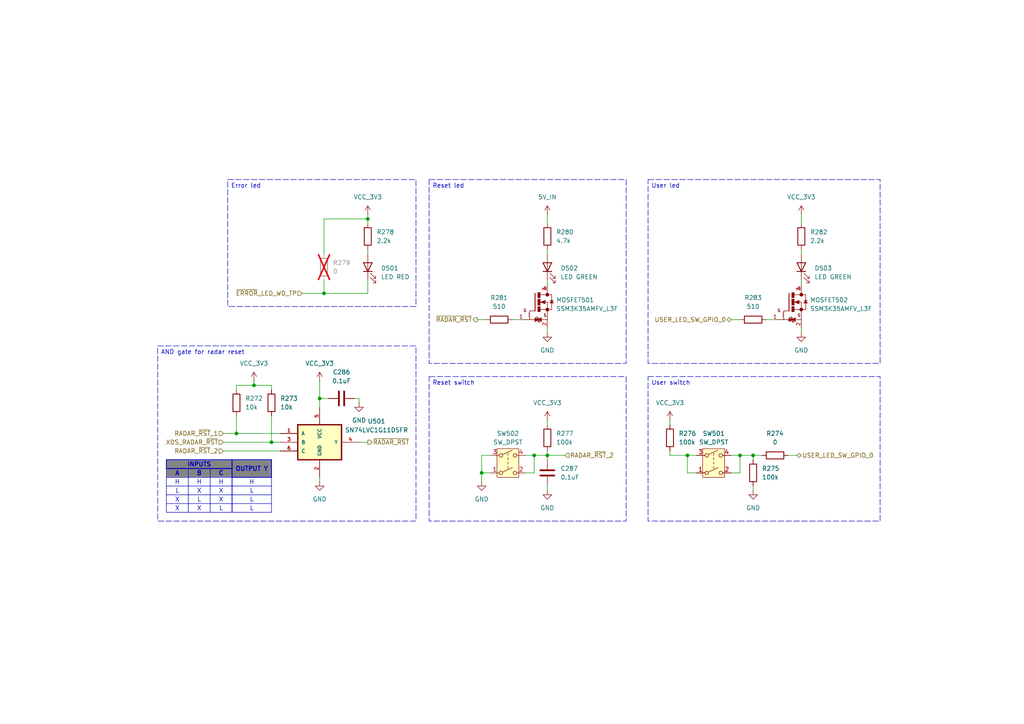
<source format=kicad_sch>
(kicad_sch (version 20250114) (generator "eeschema") (generator_version "9.0")
  (paper "A4")
  (title_block (title "User switches and reset") (date "2025-04-14") (rev "V1.0") (company "Designer: EV"))
  (lib_symbols
    (symbol "Device:C" (pin_numbers (hide yes)) (pin_names (offset 0.254))
      (property "Reference" "C" (at 0.635 2.54 0))
      (property "Value" "C" (at 0.635 -2.54 0))
      (symbol "C_0_1"
        (polyline (pts (xy -2.032 0.762) (xy 2.032 0.762)) (stroke (width 0.508)))
        (polyline (pts (xy -2.032 -0.762) (xy 2.032 -0.762)) (stroke (width 0.508)))
      )
      (symbol "C_1_1"
        (pin passive line (at 0 3.81 270) (length 2.794) (name "~") (number "1"))
        (pin passive line (at 0 -3.81 90) (length 2.794) (name "~") (number "2"))
      )
    )
    (symbol "Device:LED" (pin_numbers (hide yes)) (pin_names (offset 1.016) (hide yes))
      (property "Reference" "D" (at 0 2.54 0))
      (property "Value" "LED" (at 0 -2.54 0))
      (symbol "LED_0_1"
        (polyline (pts (xy -3.048 -0.762) (xy -4.572 -2.286) (xy -3.81 -2.286) (xy -4.572 -2.286) (xy -4.572 -1.524)))
        (polyline (pts (xy -1.778 -0.762) (xy -3.302 -2.286) (xy -2.54 -2.286) (xy -3.302 -2.286) (xy -3.302 -1.524)))
        (polyline (pts (xy -1.27 0) (xy 1.27 0)))
        (polyline (pts (xy -1.27 -1.27) (xy -1.27 1.27)) (stroke (width 0.254)))
        (polyline (pts (xy 1.27 -1.27) (xy 1.27 1.27) (xy -1.27 0) (xy 1.27 -1.27)) (stroke (width 0.254)))
      )
      (symbol "LED_1_1"
        (pin passive line (at -3.81 0 0) (length 2.54) (name "K") (number "1"))
        (pin passive line (at 3.81 0 180) (length 2.54) (name "A") (number "2"))
      )
    )
    (symbol "Device:R" (pin_numbers (hide yes)) (pin_names (offset 0))
      (property "Reference" "R" (at 2.032 0 90))
      (property "Value" "R" (at 0 0 90))
      (symbol "R_0_1"
        (rectangle (start -1.016 -2.54) (end 1.016 2.54) (stroke (width 0.254)))
      )
      (symbol "R_1_1"
        (pin passive line (at 0 3.81 270) (length 1.27) (name "~") (number "1"))
        (pin passive line (at 0 -3.81 90) (length 1.27) (name "~") (number "2"))
      )
    )
    (symbol "SN74LVC1G11DSFR:SN74LVC1G11DSFR" (pin_names (offset 1.016))
      (property "Reference" "U" (at 0 6.35 0))
      (property "Value" "SN74LVC1G11DSFR" (at 0 3.81 0))
      (symbol "SN74LVC1G11DSFR_0_0"
        (rectangle (start 5.08 2.54) (end 17.78 -7.62) (stroke (width 0.41)) (fill (type background)))
        (pin input line (at 0 0 0) (length 5.08) (name "A") (number "1"))
        (pin input line (at 0 -2.54 0) (length 5.08) (name "B") (number "3"))
        (pin input line (at 0 -5.08 0) (length 5.08) (name "C") (number "6"))
        (pin power_in line (at 11.43 7.62 270) (length 5.08) (name "VCC") (number "5"))
        (pin power_in line (at 11.43 -12.7 90) (length 5.08) (name "GND") (number "2"))
      )
      (symbol "SN74LVC1G11DSFR_1_0"
        (pin output line (at 22.86 -2.54 180) (length 5.08) (name "Y") (number "4"))
      )
    )
    (symbol "SSM3K35AMFV:SSM3K35AMFV_L3F" (pin_names (offset 1.016))
      (property "Reference" "MOSFET" (at 6.35 2.54 0))
      (property "Value" "SSM3K35AMFV_L3F" (at 6.35 0 0))
      (symbol "SSM3K35AMFV_L3F_0_0"
        (polyline (pts (xy -3.81 -5.08) (xy -5.08 -5.08)) (stroke (width 0.1524)))
        (polyline (pts (xy -2.794 -3.175) (xy -2.54 -3.429)) (stroke (width 0.1524)))
        (polyline (pts (xy -2.794 -3.683) (xy -2.54 -3.937)) (stroke (width 0.1524)))
        (polyline (pts (xy -2.794 -4.191) (xy -2.54 -4.445)) (stroke (width 0.1524)))
        (polyline (pts (xy -2.54 -2.54) (xy -2.54 -2.921)) (stroke (width 0.1524)))
        (polyline (pts (xy -2.54 -2.921) (xy -2.794 -3.175)) (stroke (width 0.1524)))
        (polyline (pts (xy -2.54 -3.429) (xy -2.794 -3.683)) (stroke (width 0.1524)))
        (polyline (pts (xy -2.54 -3.937) (xy -2.794 -4.191)) (stroke (width 0.1524)))
        (polyline (pts (xy -2.54 -4.445) (xy -2.54 -5.08)) (stroke (width 0.1524)))
        (polyline (pts (xy -2.54 -5.08) (xy -3.81 -5.08)) (stroke (width 0.1524)))
        (polyline (pts (xy -1.143 -5.08) (xy -2.54 -5.08)) (stroke (width 0.1524)))
        (polyline (pts (xy -1.016 2.54) (xy -1.016 -2.54)) (stroke (width 0.254)))
        (polyline (pts (xy -1.016 -2.54) (xy -2.54 -2.54)) (stroke (width 0.1524)))
        (rectangle (start -0.254 1.27) (end 0.508 2.794) (stroke (width 0.1)) (fill (type outline)))
        (rectangle (start -0.254 -0.889) (end 0.508 0.889) (stroke (width 0.1)) (fill (type outline)))
        (rectangle (start -0.254 -2.794) (end 0.508 -1.27) (stroke (width 0.1)) (fill (type outline)))
        (polyline (pts (xy -0.127 -4.572) (xy -0.508 -4.318)) (stroke (width 0.254)))
        (polyline (pts (xy -0.127 -4.572) (xy -0.127 -5.588)) (stroke (width 0.254)))
        (polyline (pts (xy -0.127 -5.08) (xy -1.016 -4.572) (xy -1.016 -5.588) (xy -0.127 -5.08)) (stroke (width 0.254)) (fill (type outline)))
        (polyline (pts (xy -0.127 -5.08) (xy 0.762 -4.572) (xy 0.762 -5.588) (xy -0.127 -5.08)) (stroke (width 0.254)) (fill (type outline)))
        (polyline (pts (xy -0.127 -5.588) (xy 0.254 -5.842)) (stroke (width 0.254)))
        (polyline (pts (xy 0.381 0) (xy 2.54 0)) (stroke (width 0.1524)))
        (polyline (pts (xy 0.508 -2.159) (xy 2.54 -2.159)) (stroke (width 0.1524)))
        (polyline (pts (xy 0.635 0) (xy 1.905 -0.508) (xy 1.905 0.508) (xy 0.635 0)) (stroke (width 0.1524)) (fill (type outline)))
        (polyline (pts (xy 0.889 -5.08) (xy 2.54 -5.08)) (stroke (width 0.1524)))
        (polyline (pts (xy 2.54 2.54) (xy 2.54 2.159)) (stroke (width 0.1524)))
        (polyline (pts (xy 2.54 2.159) (xy 0.5334 2.159)) (stroke (width 0.1524)))
        (circle (center 2.54 2.159) (radius 0.127) (stroke (width 0.4064)))
        (polyline (pts (xy 2.54 0) (xy 2.54 -2.159)) (stroke (width 0.1524)))
        (polyline (pts (xy 2.54 -2.159) (xy 2.54 -2.54)) (stroke (width 0.1524)))
        (circle (center 2.54 -2.159) (radius 0.127) (stroke (width 0.4064)))
        (polyline (pts (xy 2.54 -5.08) (xy 2.54 -1.778)) (stroke (width 0.1524)))
        (polyline (pts (xy 3.302 0.508) (xy 3.81 0.508)) (stroke (width 0.1524)))
        (polyline (pts (xy 3.81 2.159) (xy 2.54 2.159)) (stroke (width 0.1524)))
        (polyline (pts (xy 3.81 0.508) (xy 3.81 2.159)) (stroke (width 0.1524)))
        (polyline (pts (xy 3.81 0.508) (xy 4.318 0.508)) (stroke (width 0.1524)))
        (polyline (pts (xy 3.81 0.508) (xy 3.302 -0.254) (xy 4.318 -0.254) (xy 3.81 0.508)) (stroke (width 0.1524)) (fill (type outline)))
        (polyline (pts (xy 3.81 -2.159) (xy 2.54 -2.159)) (stroke (width 0.1524)))
        (polyline (pts (xy 3.81 -2.159) (xy 3.81 -0.127)) (stroke (width 0.1524)))
        (text "G" (at -4.445 -2.921 0) (effects (font (size 0.8128 0.8128)) (justify left bottom)))
        (text "D" (at 1.397 3.556 0) (effects (font (size 0.8128 0.8128)) (justify left bottom)))
        (text "S" (at 1.397 -4.318 0) (effects (font (size 0.8128 0.8128)) (justify left bottom)))
        (pin passive line (at -5.08 -5.08 0) (length 0) (name "~") (number "1"))
        (pin passive line (at 2.54 5.08 270) (length 2.54) (name "~") (number "3"))
        (pin passive line (at 2.54 -7.62 90) (length 2.54) (name "~") (number "2"))
      )
    )
    (symbol "Switch:SW_DPST" (pin_names (offset 0) (hide yes))
      (property "Reference" "SW" (at 0 6.35 0))
      (property "Value" "SW_DPST" (at 0 -5.08 0))
      (symbol "SW_DPST_0_0"
        (circle (center -2.032 2.54) (radius 0.508))
        (circle (center -2.032 -2.54) (radius 0.508))
        (polyline (pts (xy -1.524 2.794) (xy 1.27 4.064)))
        (polyline (pts (xy -1.524 -2.286) (xy 1.27 -1.016)))
        (polyline (pts (xy 0 2.54) (xy 0 3.175)))
        (polyline (pts (xy 0 1.27) (xy 0 1.905)))
        (polyline (pts (xy 0 0) (xy 0 0.635)))
        (polyline (pts (xy 0 -1.27) (xy 0 -0.635)))
        (circle (center 2.032 2.54) (radius 0.508))
        (circle (center 2.032 -2.54) (radius 0.508))
      )
      (symbol "SW_DPST_1_1"
        (rectangle (start -3.175 4.445) (end 3.175 -3.81) (fill (type background)))
        (pin passive line (at -5.08 2.54 0) (length 2.54) (name "3") (number "3"))
        (pin passive line (at -5.08 -2.54 0) (length 2.54) (name "1") (number "1"))
        (pin passive line (at 5.08 2.54 180) (length 2.54) (name "4") (number "4"))
        (pin passive line (at 5.08 -2.54 180) (length 2.54) (name "2") (number "2"))
      )
    )
    (symbol "power:GND" (power) (pin_numbers (hide yes)) (pin_names (offset 0) (hide yes))
      (property "Value" "GND" (at 0 -3.81 0))
      (symbol "GND_0_1"
        (polyline (pts (xy 0 0) (xy 0 -1.27) (xy 1.27 -1.27) (xy 0 -2.54) (xy -1.27 -1.27) (xy 0 -1.27)))
      )
      (symbol "GND_1_1"
        (pin power_in line (at 0 0 270) (length 0) (name "~") (number "1"))
      )
    )
    (symbol "power:VBUS" (power) (pin_numbers (hide yes)) (pin_names (offset 0) (hide yes))
      (property "Value" "VBUS" (at 0 3.556 0))
      (symbol "VBUS_0_1"
        (polyline (pts (xy -0.762 1.27) (xy 0 2.54)))
        (polyline (pts (xy 0 2.54) (xy 0.762 1.27)))
        (polyline (pts (xy 0 0) (xy 0 2.54)))
      )
      (symbol "VBUS_1_1"
        (pin power_in line (at 0 0 90) (length 0) (name "~") (number "1"))
      )
    )
  )
  (text_box "AND gate for radar reset" (at 45.72 100.33 0) (size 74.93 50.8) (margins 0.9525 0.9525 0.9525 0.9525) (stroke (width 0) (type dash)) (effects (font (size 1.27 1.27)) (justify left top)))
  (text_box "Error led" (at 66.04 52.07 0) (size 54.61 36.83) (margins 0.9525 0.9525 0.9525 0.9525) (stroke (width 0) (type dash)) (effects (font (size 1.27 1.27)) (justify left top)))
  (text_box "User switch" (at 187.96 109.22 0) (size 67.31 41.91) (margins 0.9525 0.9525 0.9525 0.9525) (stroke (width 0) (type dash)) (effects (font (size 1.27 1.27)) (justify left top)))
  (text_box "Reset led" (at 124.46 52.07 0) (size 57.15 53.34) (margins 0.9525 0.9525 0.9525 0.9525) (stroke (width 0) (type dash)) (effects (font (size 1.27 1.27)) (justify left top)))
  (text_box "Reset switch" (at 124.46 109.22 0) (size 57.15 41.91) (margins 0.9525 0.9525 0.9525 0.9525) (stroke (width 0) (type dash)) (effects (font (size 1.27 1.27)) (justify left top)))
  (text_box "User led" (at 187.96 52.07 0) (size 67.31 53.34) (margins 0.9525 0.9525 0.9525 0.9525) (stroke (width 0) (type dash)) (effects (font (size 1.27 1.27)) (justify left top)))
  (junction (at 68.58 125.73))
  (junction (at 93.98 85.09))
  (junction (at 154.94 132.08))
  (junction (at 73.66 111.76))
  (junction (at 158.75 132.08))
  (junction (at 78.74 128.27))
  (junction (at 106.68 63.5))
  (junction (at 218.44 132.08))
  (junction (at 199.39 132.08))
  (junction (at 214.63 132.08))
  (junction (at 139.7 137.16))
  (junction (at 92.71 115.57))
  (wire (pts (xy 194.31 121.92) (xy 194.31 123.19)))
  (wire (pts (xy 78.74 111.76) (xy 73.66 111.76)))
  (wire (pts (xy 201.93 137.16) (xy 199.39 137.16)))
  (wire (pts (xy 87.63 85.09) (xy 93.98 85.09)))
  (wire (pts (xy 152.4 137.16) (xy 154.94 137.16)))
  (wire (pts (xy 73.66 110.49) (xy 73.66 111.76)))
  (wire (pts (xy 222.25 92.71) (xy 224.79 92.71)))
  (wire (pts (xy 78.74 128.27) (xy 81.28 128.27)))
  (wire (pts (xy 212.09 92.71) (xy 214.63 92.71)))
  (wire (pts (xy 93.98 73.66) (xy 93.98 63.5)))
  (wire (pts (xy 139.7 137.16) (xy 139.7 132.08)))
  (wire (pts (xy 68.58 125.73) (xy 81.28 125.73)))
  (wire (pts (xy 218.44 140.97) (xy 218.44 142.24)))
  (wire (pts (xy 199.39 132.08) (xy 199.39 137.16)))
  (wire (pts (xy 158.75 121.92) (xy 158.75 123.19)))
  (wire (pts (xy 92.71 110.49) (xy 92.71 115.57)))
  (wire (pts (xy 106.68 62.23) (xy 106.68 63.5)))
  (wire (pts (xy 106.68 63.5) (xy 106.68 64.77)))
  (wire (pts (xy 212.09 137.16) (xy 214.63 137.16)))
  (wire (pts (xy 106.68 72.39) (xy 106.68 73.66)))
  (wire (pts (xy 78.74 120.65) (xy 78.74 128.27)))
  (wire (pts (xy 214.63 137.16) (xy 214.63 132.08)))
  (wire (pts (xy 158.75 72.39) (xy 158.75 73.66)))
  (wire (pts (xy 194.31 130.81) (xy 194.31 132.08)))
  (wire (pts (xy 92.71 115.57) (xy 95.25 115.57)))
  (wire (pts (xy 139.7 132.08) (xy 142.24 132.08)))
  (wire (pts (xy 92.71 138.43) (xy 92.71 139.7)))
  (wire (pts (xy 199.39 132.08) (xy 201.93 132.08)))
  (wire (pts (xy 102.87 115.57) (xy 104.14 115.57)))
  (wire (pts (xy 158.75 132.08) (xy 163.83 132.08)))
  (wire (pts (xy 68.58 120.65) (xy 68.58 125.73)))
  (wire (pts (xy 68.58 111.76) (xy 68.58 113.03)))
  (wire (pts (xy 158.75 62.23) (xy 158.75 64.77)))
  (wire (pts (xy 232.41 72.39) (xy 232.41 73.66)))
  (wire (pts (xy 214.63 132.08) (xy 218.44 132.08)))
  (wire (pts (xy 139.7 137.16) (xy 142.24 137.16)))
  (wire (pts (xy 228.6 132.08) (xy 231.14 132.08)))
  (wire (pts (xy 104.14 128.27) (xy 106.68 128.27)))
  (wire (pts (xy 232.41 62.23) (xy 232.41 64.77)))
  (wire (pts (xy 104.14 115.57) (xy 104.14 116.84)))
  (wire (pts (xy 78.74 113.03) (xy 78.74 111.76)))
  (wire (pts (xy 106.68 85.09) (xy 93.98 85.09)))
  (wire (pts (xy 73.66 111.76) (xy 68.58 111.76)))
  (wire (pts (xy 106.68 81.28) (xy 106.68 85.09)))
  (wire (pts (xy 158.75 140.97) (xy 158.75 142.24)))
  (wire (pts (xy 158.75 81.28) (xy 158.75 82.55)))
  (wire (pts (xy 154.94 132.08) (xy 152.4 132.08)))
  (wire (pts (xy 148.59 92.71) (xy 151.13 92.71)))
  (wire (pts (xy 212.09 132.08) (xy 214.63 132.08)))
  (wire (pts (xy 64.77 130.81) (xy 81.28 130.81)))
  (wire (pts (xy 218.44 132.08) (xy 218.44 133.35)))
  (wire (pts (xy 158.75 130.81) (xy 158.75 132.08)))
  (wire (pts (xy 138.43 92.71) (xy 140.97 92.71)))
  (wire (pts (xy 154.94 132.08) (xy 154.94 137.16)))
  (wire (pts (xy 93.98 63.5) (xy 106.68 63.5)))
  (wire (pts (xy 139.7 139.7) (xy 139.7 137.16)))
  (wire (pts (xy 232.41 81.28) (xy 232.41 82.55)))
  (wire (pts (xy 232.41 95.25) (xy 232.41 96.52)))
  (wire (pts (xy 158.75 132.08) (xy 154.94 132.08)))
  (wire (pts (xy 93.98 81.28) (xy 93.98 85.09)))
  (wire (pts (xy 64.77 128.27) (xy 78.74 128.27)))
  (wire (pts (xy 158.75 132.08) (xy 158.75 133.35)))
  (wire (pts (xy 194.31 132.08) (xy 199.39 132.08)))
  (wire (pts (xy 92.71 115.57) (xy 92.71 118.11)))
  (wire (pts (xy 218.44 132.08) (xy 220.98 132.08)))
  (wire (pts (xy 158.75 95.25) (xy 158.75 96.52)))
  (wire (pts (xy 64.77 125.73) (xy 68.58 125.73)))
  (table (column_count 1) (border (external yes) (header yes)) (separators (rows yes) (cols yes)) (column_widths 11.43) (row_heights 2.54 2.54 2.54 2.54) (cells (table_cell "H" (at 67.31 138.43 0) (size 11.43 2.54) (margins 0.9525 0.9525 0.9525 0.9525) (span 1 1)) (table_cell "L" (at 67.31 140.97 0) (size 11.43 2.54) (margins 0.9525 0.9525 0.9525 0.9525) (span 1 1)) (table_cell "L" (at 67.31 143.51 0) (size 11.43 2.54) (margins 0.9525 0.9525 0.9525 0.9525) (span 1 1)) (table_cell "L" (at 67.31 146.05 0) (size 11.43 2.54) (margins 0.9525 0.9525 0.9525 0.9525) (span 1 1))))
  (table (column_count 1) (border (external yes) (header yes)) (separators (rows yes) (cols yes)) (column_widths 19.05) (row_heights 2.54) (cells (table_cell "INPUTS" (at 48.26 133.35 0) (size 19.05 2.54) (margins 0.9525 0.9525 0.9525 0.9525) (span 1 1) (fill (type color) (color 132 132 132 1)))))
  (table (column_count 3) (border (external yes) (header yes)) (separators (rows yes) (cols yes)) (column_widths 6.35 6.35 6.35) (row_heights 2.54 2.54 2.54 2.54 2.54) (cells (table_cell "A" (at 48.26 135.89 0) (size 6.35 2.54) (margins 0.9525 0.9525 0.9525 0.9525) (span 1 1) (fill (type color) (color 132 132 132 1))) (table_cell "B" (at 54.61 135.89 0) (size 6.35 2.54) (margins 0.9525 0.9525 0.9525 0.9525) (span 1 1) (fill (type color) (color 132 132 132 1))) (table_cell "C" (at 60.96 135.89 0) (size 6.35 2.54) (margins 0.9525 0.9525 0.9525 0.9525) (span 1 1) (fill (type color) (color 132 132 132 1))) (table_cell "H" (at 48.26 138.43 0) (size 6.35 2.54) (margins 0.9525 0.9525 0.9525 0.9525) (span 1 1)) (table_cell "H" (at 54.61 138.43 0) (size 6.35 2.54) (margins 0.9525 0.9525 0.9525 0.9525) (span 1 1)) (table_cell "H" (at 60.96 138.43 0) (size 6.35 2.54) (margins 0.9525 0.9525 0.9525 0.9525) (span 1 1)) (table_cell "L" (at 48.26 140.97 0) (size 6.35 2.54) (margins 0.9525 0.9525 0.9525 0.9525) (span 1 1)) (table_cell "X" (at 54.61 140.97 0) (size 6.35 2.54) (margins 0.9525 0.9525 0.9525 0.9525) (span 1 1)) (table_cell "X" (at 60.96 140.97 0) (size 6.35 2.54) (margins 0.9525 0.9525 0.9525 0.9525) (span 1 1)) (table_cell "X" (at 48.26 143.51 0) (size 6.35 2.54) (margins 0.9525 0.9525 0.9525 0.9525) (span 1 1)) (table_cell "L" (at 54.61 143.51 0) (size 6.35 2.54) (margins 0.9525 0.9525 0.9525 0.9525) (span 1 1)) (table_cell "X" (at 60.96 143.51 0) (size 6.35 2.54) (margins 0.9525 0.9525 0.9525 0.9525) (span 1 1)) (table_cell "X" (at 48.26 146.05 0) (size 6.35 2.54) (margins 0.9525 0.9525 0.9525 0.9525) (span 1 1)) (table_cell "X" (at 54.61 146.05 0) (size 6.35 2.54) (margins 0.9525 0.9525 0.9525 0.9525) (span 1 1)) (table_cell "L" (at 60.96 146.05 0) (size 6.35 2.54) (margins 0.9525 0.9525 0.9525 0.9525) (span 1 1))))
  (table (column_count 1) (border (external yes) (header yes)) (separators (rows yes) (cols yes)) (column_widths 11.43) (row_heights 3.81 1.27) (cells (table_cell "OUTPUT Y" (at 67.31 133.35 0) (size 11.43 5.08) (margins 0.9525 0.9525 0.9525 0.9525) (span 1 2) (fill (type color) (color 132 132 132 1))) (table_cell "" (at 67.31 137.16 0) (size 11.43 1.27) (margins 0.9525 0.9525 0.9525 0.9525) (span 0 0))))
  (hierarchical_label "~{RADAR_RST}" (shape output) (at 106.68 128.27 0))
  (hierarchical_label "~{ERROR}_LED_WD_TP" (shape input) (at 87.63 85.09 180))
  (hierarchical_label "USER_LED_SW_GPIO_0" (shape bidirectional) (at 212.09 92.71 180))
  (hierarchical_label "RADAR_~{RST}_2" (shape input) (at 163.83 132.08 0))
  (hierarchical_label "RADAR_~{RST}_2" (shape input) (at 64.77 130.81 180))
  (hierarchical_label "XDS_RADAR_~{RST}" (shape input) (at 64.77 128.27 180))
  (hierarchical_label "RADAR_~{RST}_1" (shape input) (at 64.77 125.73 180))
  (hierarchical_label "~{RADAR_RST}" (shape output) (at 138.43 92.71 180))
  (hierarchical_label "USER_LED_SW_GPIO_0" (shape bidirectional) (at 231.14 132.08 0))
  (symbol (lib_id "Device:R") (at 194.31 127 180) (unit 1)
    (property "Reference" "R276" (at 196.85 125.7299 0) (effects (justify right)))
    (property "Value" "100k" (at 196.85 128.2699 0) (effects (justify right)))
    (property "Description" "Resistor" (effects (hide yes)))
  )
  (symbol (lib_id "power:GND") (at 104.14 116.84 0) (unit 1)
    (property "Reference" "#PWR0367" (effects (hide yes)))
    (property "Value" "GND" (at 104.14 121.92 0))
    (property "Description" "Power symbol creates a global label with name \"GND\" , ground" (effects (hide yes)))
  )
  (symbol (lib_id "power:VBUS") (at 158.75 121.92 0) (unit 1)
    (property "Reference" "#PWR0371" (effects (hide yes)))
    (property "Value" "VCC_3V3" (at 158.75 116.84 0))
    (property "Description" "Power symbol creates a global label with name \"VBUS\"" (effects (hide yes)))
  )
  (symbol (lib_id "power:VBUS") (at 106.68 62.23 0) (unit 1)
    (property "Reference" "#PWR0374" (effects (hide yes)))
    (property "Value" "VCC_3V3" (at 106.68 57.15 0))
    (property "Description" "Power symbol creates a global label with name \"VBUS\"" (effects (hide yes)))
  )
  (symbol (lib_id "Switch:SW_DPST") (at 207.01 134.62 0) (unit 1)
    (property "Reference" "SW501" (at 207.01 125.73 0))
    (property "Value" "SW_DPST" (at 207.01 128.27 0))
    (property "Description" "Double Pole Single Throw (DPST) Switch" (effects (hide yes)))
  )
  (symbol (lib_id "power:VBUS") (at 194.31 121.92 0) (unit 1)
    (property "Reference" "#PWR0369" (effects (hide yes)))
    (property "Value" "VCC_3V3" (at 194.31 116.84 0))
    (property "Description" "Power symbol creates a global label with name \"VBUS\"" (effects (hide yes)))
  )
  (symbol (lib_id "power:VBUS") (at 92.71 110.49 0) (unit 1)
    (property "Reference" "#PWR0366" (effects (hide yes)))
    (property "Value" "VCC_3V3" (at 92.71 105.41 0))
    (property "Description" "Power symbol creates a global label with name \"VBUS\"" (effects (hide yes)))
  )
  (symbol (lib_id "SSM3K35AMFV:SSM3K35AMFV_L3F") (at 229.87 87.63 0) (unit 1)
    (property "Reference" "MOSFET502" (at 234.95 87.0076 0) (effects (justify left)))
    (property "Value" "SSM3K35AMFV_L3F" (at 234.95 89.5476 0) (effects (justify left)))
    (property "MF" "Toshiba" (effects (hide yes)))
    (property "Description_1" "N-Channel 20 V 250mA (Ta) 500mW (Ta) Surface Mount VESM" (effects (hide yes)))
    (property "COPYRIGHT" "Copyright (C) 2024 Ultra Librarian. All rights reserved." (effects (hide yes)))
    (property "Package" "SOT-723 Toshiba" (effects (hide yes)))
    (property "Price" "None" (effects (hide yes)))
    (property "Check_prices" "https://www.snapeda.com/parts/SSM3K35AMFV,L3F/Toshiba/view-part/?ref=eda" (effects (hide yes)))
    (property "Availability" "In Stock" (effects (hide yes)))
    (property "SnapEDA_Link" "https://www.snapeda.com/parts/SSM3K35AMFV,L3F/Toshiba/view-part/?ref=snap" (effects (hide yes)))
    (property "MP" "SSM3K35AMFV,L3F" (effects (hide yes)))
    (property "MFR_NAME" "Toshiba Electronic Devices & Storage Corp." (effects (hide yes)))
    (property "MANUFACTURER_PART_NUMBER" "SSM3K35AMFV,L3F" (effects (hide yes)))
  )
  (symbol (lib_id "Device:R") (at 232.41 68.58 180) (unit 1)
    (property "Reference" "R282" (at 234.95 67.3099 0) (effects (justify right)))
    (property "Value" "2.2k" (at 234.95 69.8499 0) (effects (justify right)))
    (property "Description" "Resistor" (effects (hide yes)))
  )
  (symbol (lib_id "Device:LED") (at 232.41 77.47 90) (unit 1)
    (property "Reference" "D503" (at 236.22 77.7874 90) (effects (justify right)))
    (property "Value" "LED GREEN" (at 236.22 80.3274 90) (effects (justify right)))
    (property "Description" "Light emitting diode" (effects (hide yes)))
    (property "Sim.Pins" "1=K 2=A" (effects (hide yes)))
  )
  (symbol (lib_id "power:GND") (at 218.44 142.24 0) (unit 1)
    (property "Reference" "#PWR0370" (effects (hide yes)))
    (property "Value" "GND" (at 218.44 147.32 0))
    (property "Description" "Power symbol creates a global label with name \"GND\" , ground" (effects (hide yes)))
  )
  (symbol (lib_id "power:VBUS") (at 158.75 62.23 0) (unit 1)
    (property "Reference" "#PWR0375" (effects (hide yes)))
    (property "Value" "5V_IN" (at 158.75 57.15 0))
    (property "Description" "Power symbol creates a global label with name \"VBUS\"" (effects (hide yes)))
  )
  (symbol (lib_id "power:GND") (at 158.75 142.24 0) (unit 1)
    (property "Reference" "#PWR0372" (effects (hide yes)))
    (property "Value" "GND" (at 158.75 147.32 0))
    (property "Description" "Power symbol creates a global label with name \"GND\" , ground" (effects (hide yes)))
  )
  (symbol (lib_id "Device:R") (at 158.75 127 180) (unit 1)
    (property "Reference" "R277" (at 161.29 125.7299 0) (effects (justify right)))
    (property "Value" "100k" (at 161.29 128.2699 0) (effects (justify right)))
    (property "Description" "Resistor" (effects (hide yes)))
  )
  (symbol (lib_id "Device:R") (at 93.98 77.47 180) (unit 1) (dnp yes)
    (property "Reference" "R279" (at 96.52 76.1999 0) (effects (justify right)))
    (property "Value" "0" (at 96.52 78.7399 0) (effects (justify right)))
    (property "Description" "Resistor" (effects (hide yes)))
  )
  (symbol (lib_id "power:GND") (at 139.7 139.7 0) (unit 1)
    (property "Reference" "#PWR0373" (effects (hide yes)))
    (property "Value" "GND" (at 139.7 144.78 0))
    (property "Description" "Power symbol creates a global label with name \"GND\" , ground" (effects (hide yes)))
  )
  (symbol (lib_id "Switch:SW_DPST") (at 147.32 134.62 0) (unit 1)
    (property "Reference" "SW502" (at 147.32 125.73 0))
    (property "Value" "SW_DPST" (at 147.32 128.27 0))
    (property "Description" "Double Pole Single Throw (DPST) Switch" (effects (hide yes)))
  )
  (symbol (lib_id "power:GND") (at 92.71 139.7 0) (unit 1)
    (property "Reference" "#PWR0368" (effects (hide yes)))
    (property "Value" "GND" (at 92.71 144.78 0))
    (property "Description" "Power symbol creates a global label with name \"GND\" , ground" (effects (hide yes)))
  )
  (symbol (lib_id "power:VBUS") (at 73.66 110.49 0) (unit 1)
    (property "Reference" "#PWR0365" (effects (hide yes)))
    (property "Value" "VCC_3V3" (at 73.66 105.41 0))
    (property "Description" "Power symbol creates a global label with name \"VBUS\"" (effects (hide yes)))
  )
  (symbol (lib_id "Device:R") (at 144.78 92.71 270) (unit 1)
    (property "Reference" "R281" (at 144.78 86.36 90))
    (property "Value" "510" (at 144.78 88.9 90))
    (property "Description" "Resistor" (effects (hide yes)))
  )
  (symbol (lib_id "Device:R") (at 68.58 116.84 180) (unit 1)
    (property "Reference" "R272" (at 71.12 115.5699 0) (effects (justify right)))
    (property "Value" "10k" (at 71.12 118.1099 0) (effects (justify right)))
    (property "Description" "Resistor" (effects (hide yes)))
  )
  (symbol (lib_id "Device:R") (at 218.44 137.16 180) (unit 1)
    (property "Reference" "R275" (at 220.98 135.8899 0) (effects (justify right)))
    (property "Value" "100k" (at 220.98 138.4299 0) (effects (justify right)))
    (property "Description" "Resistor" (effects (hide yes)))
  )
  (symbol (lib_id "SSM3K35AMFV:SSM3K35AMFV_L3F") (at 156.21 87.63 0) (unit 1)
    (property "Reference" "MOSFET501" (at 161.29 87.0076 0) (effects (justify left)))
    (property "Value" "SSM3K35AMFV_L3F" (at 161.29 89.5476 0) (effects (justify left)))
    (property "MF" "Toshiba" (effects (hide yes)))
    (property "Description_1" "N-Channel 20 V 250mA (Ta) 500mW (Ta) Surface Mount VESM" (effects (hide yes)))
    (property "COPYRIGHT" "Copyright (C) 2024 Ultra Librarian. All rights reserved." (effects (hide yes)))
    (property "Package" "SOT-723 Toshiba" (effects (hide yes)))
    (property "Price" "None" (effects (hide yes)))
    (property "Check_prices" "https://www.snapeda.com/parts/SSM3K35AMFV,L3F/Toshiba/view-part/?ref=eda" (effects (hide yes)))
    (property "Availability" "In Stock" (effects (hide yes)))
    (property "SnapEDA_Link" "https://www.snapeda.com/parts/SSM3K35AMFV,L3F/Toshiba/view-part/?ref=snap" (effects (hide yes)))
    (property "MP" "SSM3K35AMFV,L3F" (effects (hide yes)))
    (property "MFR_NAME" "Toshiba Electronic Devices & Storage Corp." (effects (hide yes)))
    (property "MANUFACTURER_PART_NUMBER" "SSM3K35AMFV,L3F" (effects (hide yes)))
  )
  (symbol (lib_id "Device:C") (at 158.75 137.16 180) (unit 1)
    (property "Reference" "C287" (at 162.56 135.8899 0) (effects (justify right)))
    (property "Value" "0.1uF" (at 162.56 138.4299 0) (effects (justify right)))
    (property "Description" "Unpolarized capacitor" (effects (hide yes)))
  )
  (symbol (lib_id "Device:LED") (at 106.68 77.47 90) (unit 1)
    (property "Reference" "D501" (at 110.49 77.7874 90) (effects (justify right)))
    (property "Value" "LED RED" (at 110.49 80.3274 90) (effects (justify right)))
    (property "Description" "Light emitting diode" (effects (hide yes)))
    (property "Sim.Pins" "1=K 2=A" (effects (hide yes)))
  )
  (symbol (lib_id "Device:LED") (at 158.75 77.47 90) (unit 1)
    (property "Reference" "D502" (at 162.56 77.7874 90) (effects (justify right)))
    (property "Value" "LED GREEN" (at 162.56 80.3274 90) (effects (justify right)))
    (property "Description" "Light emitting diode" (effects (hide yes)))
    (property "Sim.Pins" "1=K 2=A" (effects (hide yes)))
  )
  (symbol (lib_id "Device:R") (at 106.68 68.58 180) (unit 1)
    (property "Reference" "R278" (at 109.22 67.3099 0) (effects (justify right)))
    (property "Value" "2.2k" (at 109.22 69.8499 0) (effects (justify right)))
    (property "Description" "Resistor" (effects (hide yes)))
  )
  (symbol (lib_id "Device:R") (at 78.74 116.84 180) (unit 1)
    (property "Reference" "R273" (at 81.28 115.5699 0) (effects (justify right)))
    (property "Value" "10k" (at 81.28 118.1099 0) (effects (justify right)))
    (property "Description" "Resistor" (effects (hide yes)))
  )
  (symbol (lib_id "Device:R") (at 218.44 92.71 270) (unit 1)
    (property "Reference" "R283" (at 218.44 86.36 90))
    (property "Value" "510" (at 218.44 88.9 90))
    (property "Description" "Resistor" (effects (hide yes)))
  )
  (symbol (lib_id "power:GND") (at 232.41 96.52 0) (unit 1)
    (property "Reference" "#PWR0378" (effects (hide yes)))
    (property "Value" "GND" (at 232.41 101.6 0))
    (property "Description" "Power symbol creates a global label with name \"GND\" , ground" (effects (hide yes)))
  )
  (symbol (lib_id "Device:R") (at 224.79 132.08 270) (unit 1)
    (property "Reference" "R274" (at 224.79 125.73 90))
    (property "Value" "0" (at 224.79 128.27 90))
    (property "Description" "Resistor" (effects (hide yes)))
  )
  (symbol (lib_id "Device:R") (at 158.75 68.58 180) (unit 1)
    (property "Reference" "R280" (at 161.29 67.3099 0) (effects (justify right)))
    (property "Value" "4.7k" (at 161.29 69.8499 0) (effects (justify right)))
    (property "Description" "Resistor" (effects (hide yes)))
  )
  (symbol (lib_id "power:GND") (at 158.75 96.52 0) (unit 1)
    (property "Reference" "#PWR0376" (effects (hide yes)))
    (property "Value" "GND" (at 158.75 101.6 0))
    (property "Description" "Power symbol creates a global label with name \"GND\" , ground" (effects (hide yes)))
  )
  (symbol (lib_id "power:VBUS") (at 232.41 62.23 0) (unit 1)
    (property "Reference" "#PWR0377" (effects (hide yes)))
    (property "Value" "VCC_3V3" (at 232.41 57.15 0))
    (property "Description" "Power symbol creates a global label with name \"VBUS\"" (effects (hide yes)))
  )
  (symbol (lib_id "SN74LVC1G11DSFR:SN74LVC1G11DSFR") (at 81.28 125.73 0) (unit 1)
    (property "Reference" "U501" (at 109.22 122.1992 0))
    (property "Value" "SN74LVC1G11DSFR" (at 109.22 124.7392 0))
    (property "Footprint" "SN74LVC1G11DSFR:SON35P100X100X40-6N" (effects (hide yes)))
    (property "MF" "Texas Instruments" (effects (hide yes)))
    (property "Description_1" "1-ch, 3-input 1.65-V to 5.5-V 32 mA drive strength AND gate" (effects (hide yes)))
    (property "Package" "X2SON-6 Texas Instruments" (effects (hide yes)))
    (property "Price" "None" (effects (hide yes)))
    (property "Check_prices" "https://www.snapeda.com/parts/SN74LVC1G11DSFR/Texas+Instruments/view-part/?ref=eda" (effects (hide yes)))
    (property "SnapEDA_Link" "https://www.snapeda.com/parts/SN74LVC1G11DSFR/Texas+Instruments/view-part/?ref=snap" (effects (hide yes)))
    (property "MP" "SN74LVC1G11DSFR" (effects (hide yes)))
    (property "Availability" "In Stock" (effects (hide yes)))
    (property "Manufacturer" "Texas Instruments" (effects (hide yes)))
  )
  (symbol (lib_id "Device:C") (at 99.06 115.57 90) (unit 1)
    (property "Reference" "C286" (at 99.06 107.95 90))
    (property "Value" "0.1uF" (at 99.06 110.49 90))
    (property "Description" "Unpolarized capacitor" (effects (hide yes)))
  )
)
</source>
